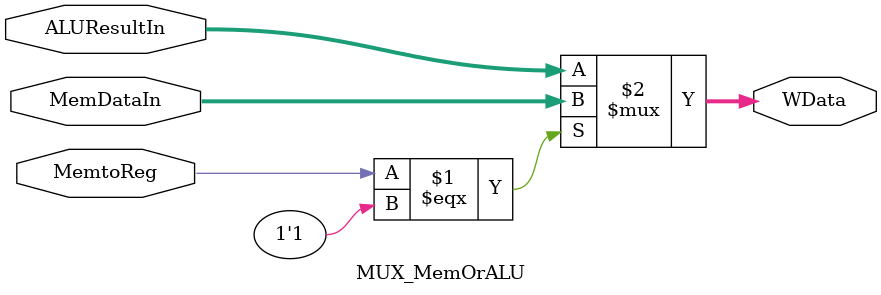
<source format=v>
`timescale 1ns / 1ps
module MUX_MemOrALU(
	input [31:0]MemDataIn,
	input [31:0]ALUResultIn,
	input MemtoReg,
	output [31:0]WData
    );
	assign WData = (MemtoReg === 1) ? MemDataIn : ALUResultIn;
endmodule

</source>
